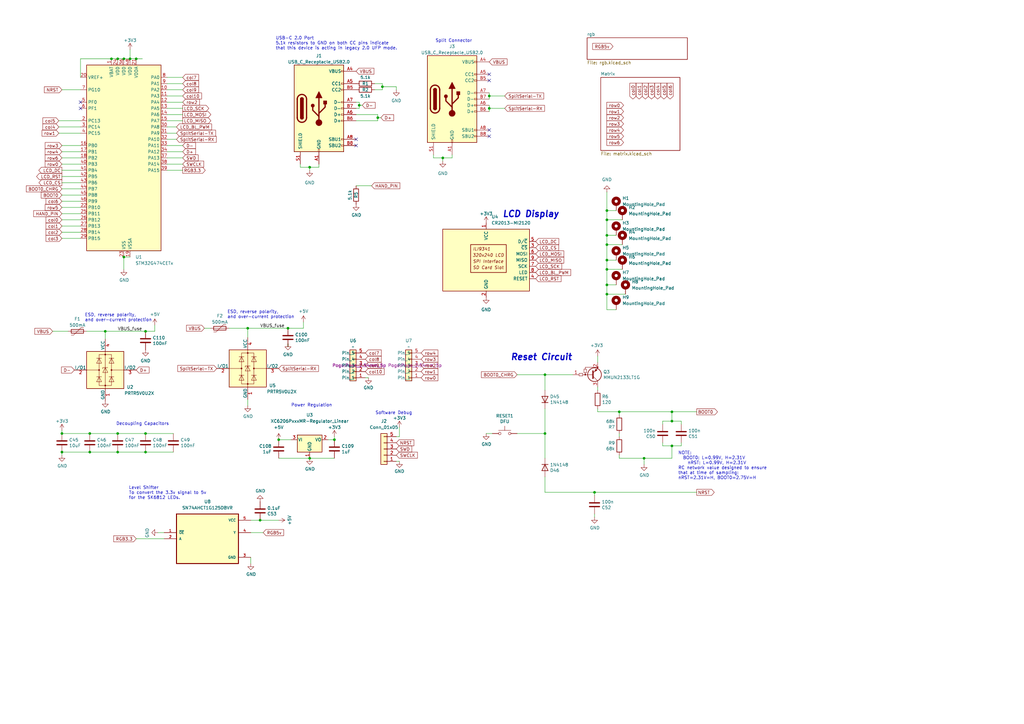
<source format=kicad_sch>
(kicad_sch (version 20250114) (generator "eeschema") (generator_version "9.0")
  (paper "A3")
  (text "Power Regulation" (at 119.38 167.005 0) (effects (font (size 1.27 1.27)) (justify left bottom)))
  (text "Decoupling Capacitors" (at 47.625 174.625 0) (effects (font (size 1.27 1.27)) (justify left bottom)))
  (text "USB-C 2.0 Port\n5.1k resistors to GND on both CC pins indicate\nthat this device is acting in legacy 2.0 UFP mode." (at 113.03 20.574 0) (effects (font (size 1.27 1.27)) (justify left bottom)))
  (text "ESD, reverse polarity,\nand over-current protection" (at 34.798 132.08 0) (effects (font (size 1.27 1.27)) (justify left bottom)))
  (text "Split Connector" (at 178.562 17.526 0) (effects (font (size 1.27 1.27)) (justify left bottom)))
  (text "Software Debug" (at 153.924 170.18 0) (effects (font (size 1.27 1.27)) (justify left bottom)))
  (text "Level Shifter\nTo convert the 3.3v signal to 5v\nfor the SK6812 LEDs." (at 52.832 204.978 0) (effects (font (size 1.27 1.27)) (justify left bottom)))
  (text "ESD, reverse polarity,\nand over-current protection" (at 93.218 130.81 0) (effects (font (size 1.27 1.27)) (justify left bottom)))
  (text "NOTE:\n  BOOT0: L=0.99V, H=2.31V\n    nRST: L=0.99V, H=2.31V\nRC network value designed to ensure\nthat at time of sampling:\nnRST=2.31V=H, BOOT0=2.75V=H" (at 278.13 196.85 0) (effects (font (size 1.27 1.27)) (justify left bottom)))
  (text "Reset Circuit" (at 209.296 148.082 0) (effects (font (size 2.54 2.54) (thickness 0.508) (bold yes) (italic yes)) (justify left bottom)))
  (text "LCD Display" (at 205.994 89.408 0) (effects (font (size 2.54 2.54) (thickness 0.508) (bold yes) (italic yes)) (justify left bottom)))
  (junction (at 59.69 185.42))
  (junction (at 248.92 96.52))
  (junction (at 223.52 153.67))
  (junction (at 275.59 168.91))
  (junction (at 106.68 213.36))
  (junction (at 156.845 35.56))
  (junction (at 36.83 185.42))
  (junction (at 48.26 24.13))
  (junction (at 25.4 185.42))
  (junction (at 264.16 187.96))
  (junction (at 275.59 172.72))
  (junction (at 154.94 48.26))
  (junction (at 147.32 43.18))
  (junction (at 248.92 116.84))
  (junction (at 275.59 182.88))
  (junction (at 43.18 135.89))
  (junction (at 200.66 39.37))
  (junction (at 50.8 105.41))
  (junction (at 254 168.91))
  (junction (at 248.92 100.33))
  (junction (at 248.92 86.36))
  (junction (at 50.8 24.13))
  (junction (at 248.92 110.49))
  (junction (at 48.26 177.8))
  (junction (at 101.6 134.62))
  (junction (at 248.92 106.68))
  (junction (at 45.72 24.13))
  (junction (at 127 187.96) (diameter 0.9144))
  (junction (at 59.69 135.89))
  (junction (at 25.4 177.8))
  (junction (at 243.84 201.93))
  (junction (at 53.34 24.13))
  (junction (at 59.69 177.8))
  (junction (at 55.88 24.13))
  (junction (at 48.26 185.42))
  (junction (at 118.11 134.62))
  (junction (at 181.61 64.77))
  (junction (at 137.16 180.34))
  (junction (at 248.92 120.65))
  (junction (at 200.66 44.45))
  (junction (at 127 68.58))
  (junction (at 36.83 177.8))
  (junction (at 248.92 90.17))
  (junction (at 114.3 180.34))
  (junction (at 223.52 177.8))
  (no_connect (at 146.05 57.15))
  (no_connect (at 200.66 55.88))
  (no_connect (at 146.05 59.69))
  (no_connect (at 200.66 30.48))
  (no_connect (at 200.66 33.02))
  (no_connect (at 33.02 41.91))
  (no_connect (at 200.66 53.34))
  (no_connect (at 33.02 44.45))
  (wire (pts (xy 254 186.69) (xy 254 187.96)))
  (wire (pts (xy 25.4 82.55) (xy 33.02 82.55)))
  (wire (pts (xy 248.92 110.49) (xy 248.92 106.68)))
  (wire (pts (xy 59.69 135.89) (xy 63.5 135.89)))
  (wire (pts (xy 25.4 186.69) (xy 25.4 185.42)))
  (wire (pts (xy 68.58 36.83) (xy 74.93 36.83)))
  (wire (pts (xy 248.92 116.84) (xy 248.92 110.49)))
  (wire (pts (xy 275.59 172.72) (xy 275.59 168.91)))
  (wire (pts (xy 248.92 78.74) (xy 248.92 86.36)))
  (wire (pts (xy 101.6 134.62) (xy 118.11 134.62)))
  (wire (pts (xy 63.5 133.35) (xy 63.5 135.89)))
  (wire (pts (xy 68.58 52.07) (xy 72.39 52.07)))
  (wire (pts (xy 55.88 24.13) (xy 58.42 24.13)))
  (wire (pts (xy 24.13 54.61) (xy 33.02 54.61)))
  (wire (pts (xy 279.4 172.72) (xy 279.4 173.99)))
  (wire (pts (xy 147.32 41.91) (xy 147.32 43.18)))
  (wire (pts (xy 162.56 35.56) (xy 162.56 36.83)))
  (wire (pts (xy 243.84 210.82) (xy 243.84 212.09)))
  (wire (pts (xy 25.4 90.17) (xy 33.02 90.17)))
  (wire (pts (xy 245.11 168.91) (xy 254 168.91)))
  (wire (pts (xy 68.58 44.45) (xy 74.93 44.45)))
  (wire (pts (xy 248.92 96.52) (xy 248.92 90.17)))
  (wire (pts (xy 200.66 44.45) (xy 200.66 45.72)))
  (wire (pts (xy 106.68 213.36) (xy 102.87 213.36)))
  (wire (pts (xy 248.92 100.33) (xy 248.92 96.52)))
  (wire (pts (xy 154.94 49.53) (xy 154.94 48.26)))
  (wire (pts (xy 146.05 46.99) (xy 154.94 46.99)))
  (wire (pts (xy 181.61 64.77) (xy 185.42 64.77)))
  (wire (pts (xy 25.4 64.77) (xy 33.02 64.77)))
  (wire (pts (xy 24.13 52.07) (xy 33.02 52.07)))
  (wire (pts (xy 50.8 24.13) (xy 53.34 24.13)))
  (wire (pts (xy 25.4 176.53) (xy 25.4 177.8)))
  (wire (pts (xy 93.98 134.62) (xy 101.6 134.62)))
  (wire (pts (xy 45.72 24.13) (xy 48.26 24.13)))
  (wire (pts (xy 146.05 76.2) (xy 152.4 76.2)))
  (wire (pts (xy 271.78 172.72) (xy 275.59 172.72)))
  (wire (pts (xy 163.83 175.26) (xy 163.83 179.07)))
  (wire (pts (xy 25.4 87.63) (xy 33.02 87.63)))
  (wire (pts (xy 245.11 160.02) (xy 245.11 158.75)))
  (wire (pts (xy 181.61 66.04) (xy 181.61 64.77)))
  (wire (pts (xy 24.13 49.53) (xy 33.02 49.53)))
  (wire (pts (xy 68.58 49.53) (xy 74.93 49.53)))
  (wire (pts (xy 156.845 36.83) (xy 156.845 35.56)))
  (wire (pts (xy 68.58 67.31) (xy 74.93 67.31)))
  (wire (pts (xy 248.92 120.65) (xy 248.92 127)))
  (wire (pts (xy 248.92 127) (xy 252.73 127)))
  (wire (pts (xy 114.3 213.36) (xy 106.68 213.36)))
  (wire (pts (xy 223.52 177.8) (xy 223.52 187.96)))
  (wire (pts (xy 72.39 54.61) (xy 68.58 54.61)))
  (wire (pts (xy 25.4 97.79) (xy 33.02 97.79)))
  (wire (pts (xy 25.4 85.09) (xy 33.02 85.09)))
  (wire (pts (xy 127 187.96) (xy 137.16 187.96)))
  (wire (pts (xy 248.92 100.33) (xy 255.27 100.33)))
  (wire (pts (xy 25.4 62.23) (xy 33.02 62.23)))
  (wire (pts (xy 156.845 35.56) (xy 162.56 35.56)))
  (wire (pts (xy 137.16 179.07) (xy 137.16 180.34)))
  (wire (pts (xy 223.52 153.67) (xy 234.95 153.67)))
  (wire (pts (xy 177.8 63.5) (xy 177.8 64.77)))
  (wire (pts (xy 53.34 20.32) (xy 53.34 24.13)))
  (wire (pts (xy 275.59 168.91) (xy 285.75 168.91)))
  (wire (pts (xy 25.4 59.69) (xy 33.02 59.69)))
  (wire (pts (xy 248.92 116.84) (xy 248.92 120.65)))
  (wire (pts (xy 50.8 110.49) (xy 50.8 105.41)))
  (wire (pts (xy 68.58 64.77) (xy 74.93 64.77)))
  (wire (pts (xy 83.82 134.62) (xy 86.36 134.62)))
  (wire (pts (xy 163.83 179.07) (xy 162.56 179.07)))
  (wire (pts (xy 271.78 173.99) (xy 271.78 172.72)))
  (wire (pts (xy 223.52 201.93) (xy 243.84 201.93)))
  (wire (pts (xy 48.26 24.13) (xy 50.8 24.13)))
  (wire (pts (xy 36.83 177.8) (xy 25.4 177.8)))
  (wire (pts (xy 271.78 182.88) (xy 271.78 181.61)))
  (wire (pts (xy 146.05 49.53) (xy 154.94 49.53)))
  (wire (pts (xy 200.66 39.37) (xy 207.01 39.37)))
  (wire (pts (xy 68.58 31.75) (xy 74.93 31.75)))
  (wire (pts (xy 254 170.18) (xy 254 168.91)))
  (wire (pts (xy 275.59 182.88) (xy 275.59 187.96)))
  (wire (pts (xy 25.4 72.39) (xy 33.02 72.39)))
  (wire (pts (xy 147.32 43.18) (xy 147.32 44.45)))
  (wire (pts (xy 33.02 24.13) (xy 45.72 24.13)))
  (wire (pts (xy 102.87 218.44) (xy 107.95 218.44)))
  (wire (pts (xy 212.09 153.67) (xy 223.52 153.67)))
  (wire (pts (xy 25.4 74.93) (xy 33.02 74.93)))
  (wire (pts (xy 254 187.96) (xy 264.16 187.96)))
  (wire (pts (xy 101.6 163.83) (xy 101.6 166.37)))
  (wire (pts (xy 256.54 120.65) (xy 248.92 120.65)))
  (wire (pts (xy 25.4 69.85) (xy 33.02 69.85)))
  (wire (pts (xy 50.8 105.41) (xy 53.34 105.41)))
  (wire (pts (xy 200.66 43.18) (xy 200.66 44.45)))
  (wire (pts (xy 102.87 231.14) (xy 102.87 228.6)))
  (wire (pts (xy 245.11 148.59) (xy 245.11 146.05)))
  (wire (pts (xy 68.58 62.23) (xy 74.93 62.23)))
  (wire (pts (xy 114.3 180.34) (xy 119.38 180.34)))
  (wire (pts (xy 134.62 180.34) (xy 137.16 180.34)))
  (wire (pts (xy 21.59 135.89) (xy 27.94 135.89)))
  (wire (pts (xy 68.58 39.37) (xy 74.93 39.37)))
  (wire (pts (xy 243.84 201.93) (xy 285.75 201.93)))
  (wire (pts (xy 118.11 134.62) (xy 124.46 134.62)))
  (wire (pts (xy 275.59 172.72) (xy 279.4 172.72)))
  (wire (pts (xy 201.93 177.8) (xy 199.39 177.8)))
  (wire (pts (xy 146.05 44.45) (xy 147.32 44.45)))
  (wire (pts (xy 55.88 220.98) (xy 67.31 220.98)))
  (wire (pts (xy 33.02 31.75) (xy 33.02 24.13)))
  (wire (pts (xy 124.46 132.08) (xy 124.46 134.62)))
  (wire (pts (xy 200.66 38.1) (xy 200.66 39.37)))
  (wire (pts (xy 130.81 68.58) (xy 130.81 67.31)))
  (wire (pts (xy 154.94 46.99) (xy 154.94 48.26)))
  (wire (pts (xy 68.58 59.69) (xy 74.93 59.69)))
  (wire (pts (xy 177.8 64.77) (xy 181.61 64.77)))
  (wire (pts (xy 162.56 189.23) (xy 163.83 189.23)))
  (wire (pts (xy 248.92 110.49) (xy 255.27 110.49)))
  (wire (pts (xy 264.16 190.5) (xy 264.16 187.96)))
  (wire (pts (xy 123.19 68.58) (xy 127 68.58)))
  (wire (pts (xy 43.18 135.89) (xy 59.69 135.89)))
  (wire (pts (xy 264.16 187.96) (xy 275.59 187.96)))
  (wire (pts (xy 245.11 167.64) (xy 245.11 168.91)))
  (wire (pts (xy 271.78 182.88) (xy 275.59 182.88)))
  (wire (pts (xy 248.92 86.36) (xy 252.73 86.36)))
  (wire (pts (xy 147.32 43.18) (xy 148.59 43.18)))
  (wire (pts (xy 243.84 203.2) (xy 243.84 201.93)))
  (wire (pts (xy 154.94 48.26) (xy 156.21 48.26)))
  (wire (pts (xy 200.66 44.45) (xy 207.01 44.45)))
  (wire (pts (xy 127 187.96) (xy 114.3 187.96)))
  (wire (pts (xy 25.4 80.01) (xy 33.02 80.01)))
  (wire (pts (xy 25.4 77.47) (xy 33.02 77.47)))
  (wire (pts (xy 53.34 24.13) (xy 55.88 24.13)))
  (wire (pts (xy 149.86 154.94) (xy 151.13 154.94)))
  (wire (pts (xy 68.58 46.99) (xy 74.93 46.99)))
  (wire (pts (xy 254 177.8) (xy 254 179.07)))
  (wire (pts (xy 146.05 41.91) (xy 147.32 41.91)))
  (wire (pts (xy 59.69 185.42) (xy 71.12 185.42)))
  (wire (pts (xy 48.26 185.42) (xy 59.69 185.42)))
  (wire (pts (xy 127 68.58) (xy 130.81 68.58)))
  (wire (pts (xy 72.39 57.15) (xy 68.58 57.15)))
  (wire (pts (xy 64.77 218.44) (xy 67.31 218.44)))
  (wire (pts (xy 200.66 39.37) (xy 200.66 40.64)))
  (wire (pts (xy 248.92 90.17) (xy 255.27 90.17)))
  (wire (pts (xy 223.52 167.64) (xy 223.52 177.8)))
  (wire (pts (xy 223.52 160.02) (xy 223.52 153.67)))
  (wire (pts (xy 127 69.85) (xy 127 68.58)))
  (wire (pts (xy 48.26 177.8) (xy 36.83 177.8)))
  (wire (pts (xy 68.58 34.29) (xy 74.93 34.29)))
  (wire (pts (xy 25.4 36.83) (xy 33.02 36.83)))
  (wire (pts (xy 48.26 185.42) (xy 36.83 185.42)))
  (wire (pts (xy 153.67 36.83) (xy 156.845 36.83)))
  (wire (pts (xy 223.52 195.58) (xy 223.52 201.93)))
  (wire (pts (xy 252.73 116.84) (xy 248.92 116.84)))
  (wire (pts (xy 48.26 177.8) (xy 59.69 177.8)))
  (wire (pts (xy 118.11 140.97) (xy 118.11 142.24)))
  (wire (pts (xy 101.6 134.62) (xy 101.6 138.43)))
  (wire (pts (xy 123.19 67.31) (xy 123.19 68.58)))
  (wire (pts (xy 248.92 96.52) (xy 252.73 96.52)))
  (wire (pts (xy 279.4 182.88) (xy 279.4 181.61)))
  (wire (pts (xy 153.67 34.29) (xy 156.845 34.29)))
  (wire (pts (xy 248.92 106.68) (xy 248.92 100.33)))
  (wire (pts (xy 248.92 90.17) (xy 248.92 86.36)))
  (wire (pts (xy 59.69 177.8) (xy 71.12 177.8)))
  (wire (pts (xy 43.18 135.89) (xy 43.18 139.065)))
  (wire (pts (xy 35.56 135.89) (xy 43.18 135.89)))
  (wire (pts (xy 25.4 67.31) (xy 33.02 67.31)))
  (wire (pts (xy 185.42 64.77) (xy 185.42 63.5)))
  (wire (pts (xy 25.4 95.25) (xy 33.02 95.25)))
  (wire (pts (xy 156.845 35.56) (xy 156.845 34.29)))
  (wire (pts (xy 68.58 69.85) (xy 74.93 69.85)))
  (wire (pts (xy 275.59 182.88) (xy 279.4 182.88)))
  (wire (pts (xy 254 168.91) (xy 275.59 168.91)))
  (wire (pts (xy 25.4 92.71) (xy 33.02 92.71)))
  (wire (pts (xy 68.58 41.91) (xy 74.93 41.91)))
  (wire (pts (xy 248.92 106.68) (xy 252.73 106.68)))
  (wire (pts (xy 212.09 177.8) (xy 223.52 177.8)))
  (wire (pts (xy 36.83 185.42) (xy 25.4 185.42)))
  (label "VBUS_fuse" (at 106.68 134.62 0))
  (label "VBUS_fuse" (at 48.26 135.89 0))
  (global_label "SplitSerial-TX" (shape input) (at 88.9 151.13 180) (property "Intersheetrefs" "${INTERSHEET_REFS}" (effects (hide yes))))
  (global_label "LCD_MISO" (shape input) (at 219.71 106.68 0) (property "Intersheetrefs" "${INTERSHEET_REFS}" (effects (hide yes))))
  (global_label "LCD_CS" (shape output) (at 25.4 74.93 180) (property "Intersheetrefs" "${INTERSHEET_REFS}" (effects (hide yes))))
  (global_label "SWCLK" (shape input) (at 74.93 67.31 0) (property "Intersheetrefs" "${INTERSHEET_REFS}" (effects (hide yes))))
  (global_label "VBUS" (shape input) (at 200.66 25.4 0) (property "Intersheetrefs" "${INTERSHEET_REFS}" (effects (hide yes))))
  (global_label "LCD_BL_PWM" (shape input) (at 72.39 52.07 0) (property "Intersheetrefs" "${INTERSHEET_REFS}" (effects (hide yes))))
  (global_label "D-" (shape input) (at 74.93 59.69 0) (property "Intersheetrefs" "${INTERSHEET_REFS}" (effects (hide yes))))
  (global_label "row1" (shape input) (at 255.778 45.72 180) (property "Intersheetrefs" "${INTERSHEET_REFS}" (effects (hide yes))))
  (global_label "VBUS" (shape input) (at 83.82 134.62 180) (property "Intersheetrefs" "${INTERSHEET_REFS}" (effects (hide yes))))
  (global_label "LCD_MOSI" (shape output) (at 74.93 46.99 0) (property "Intersheetrefs" "${INTERSHEET_REFS}" (effects (hide yes))))
  (global_label "BOOT0" (shape output) (at 285.75 168.91 0) (property "Intersheetrefs" "${INTERSHEET_REFS}" (effects (hide yes))))
  (global_label "col9" (shape input) (at 74.93 36.83 0) (property "Intersheetrefs" "${INTERSHEET_REFS}" (effects (hide yes))))
  (global_label "D+" (shape input) (at 74.93 62.23 0) (property "Intersheetrefs" "${INTERSHEET_REFS}" (effects (hide yes))))
  (global_label "col0" (shape input) (at 25.4 90.17 180) (property "Intersheetrefs" "${INTERSHEET_REFS}" (effects (hide yes))))
  (global_label "row2" (shape input) (at 255.778 48.26 180) (property "Intersheetrefs" "${INTERSHEET_REFS}" (effects (hide yes))))
  (global_label "NRST" (shape input) (at 25.4 36.83 180) (property "Intersheetrefs" "${INTERSHEET_REFS}" (effects (hide yes))))
  (global_label "row0" (shape input) (at 172.72 154.94 0) (property "Intersheetrefs" "${INTERSHEET_REFS}" (effects (hide yes))))
  (global_label "SWCLK" (shape input) (at 162.56 186.69 0) (property "Intersheetrefs" "${INTERSHEET_REFS}" (effects (hide yes))))
  (global_label "col10" (shape input) (at 149.86 152.4 0) (property "Intersheetrefs" "${INTERSHEET_REFS}" (effects (hide yes))))
  (global_label "col1" (shape input) (at 25.4 92.71 180) (property "Intersheetrefs" "${INTERSHEET_REFS}" (effects (hide yes))))
  (global_label "RGB3.3" (shape output) (at 74.93 69.85 0) (property "Intersheetrefs" "${INTERSHEET_REFS}" (effects (hide yes))))
  (global_label "row3" (shape input) (at 172.72 147.32 0) (property "Intersheetrefs" "${INTERSHEET_REFS}" (effects (hide yes))))
  (global_label "row1" (shape input) (at 172.72 152.4 0) (property "Intersheetrefs" "${INTERSHEET_REFS}" (effects (hide yes))))
  (global_label "VBUS" (shape input) (at 146.05 29.21 0) (property "Intersheetrefs" "${INTERSHEET_REFS}" (effects (hide yes))))
  (global_label "LCD_CS" (shape input) (at 219.71 101.6 0) (property "Intersheetrefs" "${INTERSHEET_REFS}" (effects (hide yes))))
  (global_label "col8" (shape input) (at 149.86 147.32 0) (property "Intersheetrefs" "${INTERSHEET_REFS}" (effects (hide yes))))
  (global_label "col6" (shape input) (at 274.828 40.64 90) (property "Intersheetrefs" "${INTERSHEET_REFS}" (effects (hide yes))))
  (global_label "col7" (shape input) (at 149.86 144.78 0) (property "Intersheetrefs" "${INTERSHEET_REFS}" (effects (hide yes))))
  (global_label "row2" (shape input) (at 74.93 41.91 0) (property "Intersheetrefs" "${INTERSHEET_REFS}" (effects (hide yes))))
  (global_label "row6" (shape input) (at 25.4 64.77 180) (property "Intersheetrefs" "${INTERSHEET_REFS}" (effects (hide yes))))
  (global_label "RGB3.3" (shape input) (at 55.88 220.98 180) (property "Intersheetrefs" "${INTERSHEET_REFS}" (effects (hide yes))))
  (global_label "col3" (shape input) (at 25.4 97.79 180) (property "Intersheetrefs" "${INTERSHEET_REFS}" (effects (hide yes))))
  (global_label "BOOT0_CHRG" (shape input) (at 212.09 153.67 180) (property "Intersheetrefs" "${INTERSHEET_REFS}" (effects (hide yes))))
  (global_label "col5" (shape input) (at 24.13 49.53 180) (property "Intersheetrefs" "${INTERSHEET_REFS}" (effects (hide yes))))
  (global_label "SplitSerial-TX" (shape input) (at 72.39 54.61 0) (property "Intersheetrefs" "${INTERSHEET_REFS}" (effects (hide yes))))
  (global_label "SWD" (shape input) (at 74.93 64.77 0) (property "Intersheetrefs" "${INTERSHEET_REFS}" (effects (hide yes))))
  (global_label "LCD_SCK" (shape output) (at 74.93 44.45 0) (property "Intersheetrefs" "${INTERSHEET_REFS}" (effects (hide yes))))
  (global_label "col5" (shape input) (at 272.288 40.64 90) (property "Intersheetrefs" "${INTERSHEET_REFS}" (effects (hide yes))))
  (global_label "row4" (shape input) (at 255.778 53.34 180) (property "Intersheetrefs" "${INTERSHEET_REFS}" (effects (hide yes))))
  (global_label "row2" (shape input) (at 172.72 149.86 0) (property "Intersheetrefs" "${INTERSHEET_REFS}" (effects (hide yes))))
  (global_label "SWD" (shape input) (at 162.56 184.15 0) (property "Intersheetrefs" "${INTERSHEET_REFS}" (effects (hide yes))))
  (global_label "RGB5v" (shape input) (at 251.46 19.05 180) (property "Intersheetrefs" "${INTERSHEET_REFS}" (effects (hide yes))))
  (global_label "SplitSerial-RX" (shape input) (at 207.01 44.45 0) (property "Intersheetrefs" "${INTERSHEET_REFS}" (effects (hide yes))))
  (global_label "SplitSerial-RX" (shape input) (at 114.3 151.13 0) (property "Intersheetrefs" "${INTERSHEET_REFS}" (effects (hide yes))))
  (global_label "NRST" (shape input) (at 162.56 181.61 0) (property "Intersheetrefs" "${INTERSHEET_REFS}" (effects (hide yes))))
  (global_label "col9" (shape input) (at 149.86 149.86 0) (property "Intersheetrefs" "${INTERSHEET_REFS}" (effects (hide yes))))
  (global_label "D-" (shape input) (at 148.59 43.18 0) (property "Intersheetrefs" "${INTERSHEET_REFS}" (effects (hide yes))))
  (global_label "row0" (shape input) (at 25.4 67.31 180) (property "Intersheetrefs" "${INTERSHEET_REFS}" (effects (hide yes))))
  (global_label "col2" (shape input) (at 264.668 40.64 90) (property "Intersheetrefs" "${INTERSHEET_REFS}" (effects (hide yes))))
  (global_label "row5" (shape input) (at 255.778 55.88 180) (property "Intersheetrefs" "${INTERSHEET_REFS}" (effects (hide yes))))
  (global_label "BOOT0" (shape input) (at 25.4 80.01 180) (property "Intersheetrefs" "${INTERSHEET_REFS}" (effects (hide yes))))
  (global_label "LCD_BL_PWM" (shape input) (at 219.71 111.76 0) (property "Intersheetrefs" "${INTERSHEET_REFS}" (effects (hide yes))))
  (global_label "row3" (shape input) (at 255.778 50.8 180) (property "Intersheetrefs" "${INTERSHEET_REFS}" (effects (hide yes))))
  (global_label "row5" (shape input) (at 25.4 85.09 180) (property "Intersheetrefs" "${INTERSHEET_REFS}" (effects (hide yes))))
  (global_label "row4" (shape input) (at 25.4 62.23 180) (property "Intersheetrefs" "${INTERSHEET_REFS}" (effects (hide yes))))
  (global_label "col7" (shape input) (at 74.93 31.75 0) (property "Intersheetrefs" "${INTERSHEET_REFS}" (effects (hide yes))))
  (global_label "HAND_PIN" (shape input) (at 152.4 76.2 0) (property "Intersheetrefs" "${INTERSHEET_REFS}" (effects (hide yes))))
  (global_label "col2" (shape input) (at 25.4 95.25 180) (property "Intersheetrefs" "${INTERSHEET_REFS}" (effects (hide yes))))
  (global_label "LCD_MOSI" (shape input) (at 219.71 104.14 0) (property "Intersheetrefs" "${INTERSHEET_REFS}" (effects (hide yes))))
  (global_label "BOOT0_CHRG" (shape input) (at 25.4 77.47 180) (property "Intersheetrefs" "${INTERSHEET_REFS}" (effects (hide yes))))
  (global_label "LCD_DC" (shape input) (at 219.71 99.06 0) (property "Intersheetrefs" "${INTERSHEET_REFS}" (effects (hide yes))))
  (global_label "row4" (shape input) (at 172.72 144.78 0) (property "Intersheetrefs" "${INTERSHEET_REFS}" (effects (hide yes))))
  (global_label "col10" (shape input) (at 74.93 39.37 0) (property "Intersheetrefs" "${INTERSHEET_REFS}" (effects (hide yes))))
  (global_label "col3" (shape input) (at 267.208 40.64 90) (property "Intersheetrefs" "${INTERSHEET_REFS}" (effects (hide yes))))
  (global_label "NRST" (shape output) (at 285.75 201.93 0) (property "Intersheetrefs" "${INTERSHEET_REFS}" (effects (hide yes))))
  (global_label "SplitSerial-RX" (shape input) (at 72.39 57.15 0) (property "Intersheetrefs" "${INTERSHEET_REFS}" (effects (hide yes))))
  (global_label "LCD_DC" (shape output) (at 25.4 69.85 180) (property "Intersheetrefs" "${INTERSHEET_REFS}" (effects (hide yes))))
  (global_label "LCD_RST" (shape output) (at 25.4 72.39 180) (property "Intersheetrefs" "${INTERSHEET_REFS}" (effects (hide yes))))
  (global_label "col1" (shape input) (at 262.128 40.64 90) (property "Intersheetrefs" "${INTERSHEET_REFS}" (effects (hide yes))))
  (global_label "row6" (shape input) (at 255.778 58.42 180) (property "Intersheetrefs" "${INTERSHEET_REFS}" (effects (hide yes))))
  (global_label "D+" (shape input) (at 156.21 48.26 0) (property "Intersheetrefs" "${INTERSHEET_REFS}" (effects (hide yes))))
  (global_label "col4" (shape input) (at 269.748 40.64 90) (property "Intersheetrefs" "${INTERSHEET_REFS}" (effects (hide yes))))
  (global_label "col0" (shape input) (at 259.588 40.64 90) (property "Intersheetrefs" "${INTERSHEET_REFS}" (effects (hide yes))))
  (global_label "D+" (shape input) (at 55.88 151.765 0) (property "Intersheetrefs" "${INTERSHEET_REFS}" (effects (hide yes))))
  (global_label "D-" (shape input) (at 30.48 151.765 180) (property "Intersheetrefs" "${INTERSHEET_REFS}" (effects (hide yes))))
  (global_label "row1" (shape input) (at 24.13 54.61 180) (property "Intersheetrefs" "${INTERSHEET_REFS}" (effects (hide yes))))
  (global_label "RGB5v" (shape input) (at 107.95 218.44 0) (property "Intersheetrefs" "${INTERSHEET_REFS}" (effects (hide yes))))
  (global_label "col6" (shape input) (at 25.4 82.55 180) (property "Intersheetrefs" "${INTERSHEET_REFS}" (effects (hide yes))))
  (global_label "LCD_MISO" (shape output) (at 74.93 49.53 0) (property "Intersheetrefs" "${INTERSHEET_REFS}" (effects (hide yes))))
  (global_label "LCD_SCK" (shape input) (at 219.71 109.22 0) (property "Intersheetrefs" "${INTERSHEET_REFS}" (effects (hide yes))))
  (global_label "HAND_PIN" (shape input) (at 25.4 87.63 180) (property "Intersheetrefs" "${INTERSHEET_REFS}" (effects (hide yes))))
  (global_label "col8" (shape input) (at 74.93 34.29 0) (property "Intersheetrefs" "${INTERSHEET_REFS}" (effects (hide yes))))
  (global_label "row3" (shape input) (at 25.4 59.69 180) (property "Intersheetrefs" "${INTERSHEET_REFS}" (effects (hide yes))))
  (global_label "row0" (shape input) (at 255.778 43.18 180) (property "Intersheetrefs" "${INTERSHEET_REFS}" (effects (hide yes))))
  (global_label "col4" (shape input) (at 24.13 52.07 180) (property "Intersheetrefs" "${INTERSHEET_REFS}" (effects (hide yes))))
  (global_label "LCD_RST" (shape input) (at 219.71 114.3 0) (property "Intersheetrefs" "${INTERSHEET_REFS}" (effects (hide yes))))
  (global_label "SplitSerial-TX" (shape input) (at 207.01 39.37 0) (property "Intersheetrefs" "${INTERSHEET_REFS}" (effects (hide yes))))
  (global_label "VBUS" (shape input) (at 21.59 135.89 180) (property "Intersheetrefs" "${INTERSHEET_REFS}" (effects (hide yes))))
  (symbol (lib_id "Device:R") (at 245.11 163.83 0) (unit 1)
    (property "Reference" "R6" (at 246.888 162.6616 0) (effects (justify left)))
    (property "Value" "120" (at 246.888 164.973 0) (effects (justify left)))
    (property "Footprint" "Resistor_SMD:R_0805_2012Metric" (effects (hide yes)))
  )
  (symbol (lib_id "Device:R") (at 254 182.88 0) (mirror y) (unit 1)
    (property "Reference" "R9" (at 252.222 181.7116 0) (effects (justify left)))
    (property "Value" "68k" (at 252.222 184.023 0) (effects (justify left)))
    (property "Footprint" "Resistor_SMD:R_0805_2012Metric" (effects (hide yes)))
  )
  (symbol (lib_id "power:GND") (at 127 187.96 0) (unit 1)
    (property "Reference" "#PWR015" (effects (hide yes)))
    (property "Value" "GND" (at 127.127 192.3542 0))
  )
  (symbol (lib_id "power:+5V") (at 114.3 180.34 0) (unit 1)
    (property "Reference" "#PWR013" (effects (hide yes)))
    (property "Value" "+5V" (at 114.3 175.26 0))
  )
  (symbol (lib_id "Device:C") (at 137.16 184.15 0) (unit 1)
    (property "Reference" "C109" (at 140.081 182.9816 0) (effects (justify left)))
    (property "Value" "1uF" (at 140.081 185.293 0) (effects (justify left)))
    (property "Footprint" "Capacitor_SMD:C_0402_1005Metric" (effects (hide yes)))
    (property "LCSC" "C307331" (effects (hide yes)))
  )
  (symbol (lib_id "Djinn-rescue:GND-power") (at 264.16 190.5 0) (unit 1)
    (property "Reference" "#PWR086" (effects (hide yes)))
    (property "Value" "GND" (at 264.287 194.8942 0))
  )
  (symbol (lib_id "power:GND") (at 59.69 143.51 0) (unit 1)
    (property "Reference" "#PWR010" (effects (hide yes)))
    (property "Value" "GND" (at 59.69 147.955 0))
  )
  (symbol (lib_id "power:GND") (at 50.8 110.49 0) (unit 1)
    (property "Reference" "#PWR064" (effects (hide yes)))
    (property "Value" "GND" (at 50.927 114.8842 0))
  )
  (symbol (lib_id "power:GND") (at 64.77 218.44 270) (unit 1)
    (property "Reference" "#PWR069" (effects (hide yes)))
    (property "Value" "GND" (at 60.3758 218.567 0))
  )
  (symbol (lib_id "Device:C") (at 59.69 139.7 0) (unit 1)
    (property "Reference" "C110" (at 62.611 138.5316 0) (effects (justify left)))
    (property "Value" "100nF" (at 62.611 140.843 0) (effects (justify left)))
    (property "Footprint" "Capacitor_SMD:C_0402_1005Metric" (effects (hide yes)))
    (property "LCSC" "C307331" (effects (hide yes)))
  )
  (symbol (lib_name "+5V_1") (lib_id "power:+5V") (at 124.46 132.08 0) (unit 1)
    (property "Reference" "#PWR04" (effects (hide yes)))
    (property "Value" "+5V" (at 124.46 127.635 0))
  )
  (symbol (lib_id "power:+3V3") (at 53.34 20.32 0) (unit 1)
    (property "Reference" "#PWR062" (effects (hide yes)))
    (property "Value" "+3V3" (at 53.34 16.51 0))
  )
  (symbol (lib_id "Driver_Display:CR2013-MI2120") (at 199.39 106.68 0) (unit 1)
    (property "Reference" "U4" (at 201.5841 88.9 0) (effects (justify left)))
    (property "Value" "CR2013-MI2120" (at 201.5841 91.44 0) (effects (justify left)))
    (property "Footprint" "Display:CR2013-MI2120" (effects (hide yes)))
    (property "Datasheet" "http://pan.baidu.com/s/11Y990" (effects (hide yes)))
    (property "Description" "ILI9341 controller, SPI TFT LCD Display, 9-pin breakout PCB, 4-pin SD card interface, 5V/3.3V" (effects (hide yes)))
  )
  (symbol (lib_id "Device:C") (at 36.83 181.61 0) (unit 1)
    (property "Reference" "C46" (at 39.751 180.4416 0) (effects (justify left)))
    (property "Value" "100nF" (at 39.751 182.753 0) (effects (justify left)))
    (property "Footprint" "Capacitor_SMD:C_0402_1005Metric" (effects (hide yes)))
    (property "LCSC" "C307331" (effects (hide yes)))
  )
  (symbol (lib_id "Mechanical:MountingHole_Pad") (at 252.73 124.46 0) (unit 1) (exclude_from_sim yes) (in_bom no)
    (property "Reference" "H9" (at 255.27 121.9199 0) (effects (justify left)))
    (property "Value" "MountingHole_Pad" (at 255.27 124.4599 0) (effects (justify left)))
    (property "Footprint" "MountingHole:MountingHole_3.2mm_M3_DIN965_Pad" (effects (hide yes)))
    (property "Description" "Mounting Hole with connection" (effects (hide yes)))
  )
  (symbol (lib_id "Connector:USB_C_Receptacle_USB2.0") (at 130.81 44.45 0) (unit 1)
    (property "Reference" "J1" (at 130.81 22.86 0))
    (property "Value" "USB_C_Receptacle_USB2.0" (at 130.81 25.4 0))
    (property "Footprint" "PCM_marbastlib-various:USB_C_Receptacle_HRO_TYPE-C-31-M-14" (effects (hide yes)))
    (property "Datasheet" "https://www.usb.org/sites/default/files/documents/usb_type-c.zip" (effects (hide yes)))
    (property "JlcRotOffset" "180" (effects (hide yes)))
    (property "JlcPosOffset" "0,1.5" (effects (hide yes)))
  )
  (symbol (lib_id "Mechanical:MountingHole_Pad") (at 256.54 118.11 0) (unit 1) (exclude_from_sim yes) (in_bom no)
    (property "Reference" "H8" (at 259.08 115.5699 0) (effects (justify left)))
    (property "Value" "MountingHole_Pad" (at 259.08 118.1099 0) (effects (justify left)))
    (property "Footprint" "MountingHole:MountingHole_3.2mm_M3_DIN965_Pad" (effects (hide yes)))
    (property "Description" "Mounting Hole with connection" (effects (hide yes)))
  )
  (symbol (lib_id "power:GND") (at 118.11 140.97 0) (unit 1)
    (property "Reference" "#PWR060" (effects (hide yes)))
    (property "Value" "GND" (at 118.11 145.415 0))
  )
  (symbol (lib_id "Device:C") (at 114.3 184.15 0) (mirror y) (unit 1)
    (property "Reference" "C108" (at 111.379 182.9816 0) (effects (justify left)))
    (property "Value" "1uF" (at 111.379 185.293 0) (effects (justify left)))
    (property "Footprint" "Capacitor_SMD:C_0402_1005Metric" (effects (hide yes)))
    (property "LCSC" "C307331" (effects (hide yes)))
  )
  (symbol (lib_id "power:GND") (at 25.4 186.69 0) (unit 1)
    (property "Reference" "#PWR02" (effects (hide yes)))
    (property "Value" "GND" (at 25.527 191.0842 0))
  )
  (symbol (lib_id "Power_Protection:PRTR5V0U2X") (at 43.18 151.765 0) (unit 1)
    (property "Reference" "U2" (at 53.34 158.75 0))
    (property "Value" "PRTR5V0U2X" (at 57.15 161.29 0))
    (property "Footprint" "Package_TO_SOT_SMD:SOT-143" (effects (hide yes)))
    (property "Datasheet" "https://assets.nexperia.com/documents/data-sheet/PRTR5V0U2X.pdf" (effects (hide yes)))
    (property "LCSC" "C2827688" (effects (hide yes)))
    (property "JlcRotOffset" "90" (effects (hide yes)))
  )
  (symbol (lib_name "+5V_1") (lib_id "power:+5V") (at 114.3 213.36 270) (mirror x) (unit 1)
    (property "Reference" "#PWR07" (effects (hide yes)))
    (property "Value" "+5V" (at 118.745 213.36 0))
  )
  (symbol (lib_id "Device:R") (at 146.05 80.01 0) (unit 1)
    (property "Reference" "R5" (at 146.05 80.01 90))
    (property "Value" "5.1k" (at 143.51 80.01 90))
    (property "Footprint" "Resistor_SMD:R_0402_1005Metric" (effects (hide yes)))
  )
  (symbol (lib_id "Mechanical:MountingHole_Pad") (at 252.73 93.98 0) (unit 1) (exclude_from_sim yes) (in_bom no)
    (property "Reference" "H3" (at 255.27 91.4399 0) (effects (justify left)))
    (property "Value" "MountingHole_Pad" (at 255.27 93.9799 0) (effects (justify left)))
    (property "Footprint" "MountingHole:MountingHole_3.2mm_M3_DIN965_Pad" (effects (hide yes)))
    (property "Description" "Mounting Hole with connection" (effects (hide yes)))
  )
  (symbol (lib_id "power:+3V3") (at 163.83 175.26 0) (mirror y) (unit 1)
    (property "Reference" "#PWR065" (effects (hide yes)))
    (property "Value" "+3V3" (at 163.83 171.45 0))
  )
  (symbol (lib_id "SN74AHCT1G125DBVR:SN74AHCT1G125DBVR") (at 85.09 220.98 0) (unit 1)
    (property "Reference" "U8" (at 85.09 205.74 0))
    (property "Value" "SN74AHCT1G125DBVR" (at 85.09 208.28 0))
    (property "Footprint" "SN74AHCT1G125DBVR:SOT95P280X145-5N" (effects (hide yes)))
    (property "MF" "Texas Instruments" (effects (hide yes)))
    (property "Description_1" "\n                        \n                            Single 4.5-V to 5.5-V buffer with TTL-compatible CMOS inputs and 3-state outputs\n                        \n" (effects (hide yes)))
    (property "Package" "SOT-23-5 Texas Instruments" (effects (hide yes)))
    (property "Price" "None" (effects (hide yes)))
    (property "SnapEDA_Link" "https://www.snapeda.com/parts/SN74AHCT1G125DBVR/Texas+Instruments/view-part/?ref=snap" (effects (hide yes)))
    (property "MP" "SN74AHCT1G125DBVR" (effects (hide yes)))
    (property "Availability" "In Stock" (effects (hide yes)))
    (property "Check_prices" "https://www.snapeda.com/parts/SN74AHCT1G125DBVR/Texas+Instruments/view-part/?ref=eda" (effects (hide yes)))
  )
  (symbol (lib_id "Device:C") (at 71.12 181.61 0) (unit 1)
    (property "Reference" "C49" (at 74.041 180.4416 0) (effects (justify left)))
    (property "Value" "100nF" (at 74.041 182.753 0) (effects (justify left)))
    (property "Footprint" "Capacitor_SMD:C_0402_1005Metric" (effects (hide yes)))
    (property "LCSC" "C307331" (effects (hide yes)))
  )
  (symbol (lib_id "Mechanical:MountingHole_Pad") (at 255.27 107.95 0) (unit 1) (exclude_from_sim yes) (in_bom no)
    (property "Reference" "H6" (at 257.81 105.4099 0) (effects (justify left)))
    (property "Value" "MountingHole_Pad" (at 257.81 107.9499 0) (effects (justify left)))
    (property "Footprint" "MountingHole:MountingHole_3.2mm_M3_DIN965_Pad" (effects (hide yes)))
    (property "Description" "Mounting Hole with connection" (effects (hide yes)))
  )
  (symbol (lib_id "power:GND") (at 163.83 189.23 0) (unit 1)
    (property "Reference" "#PWR070" (effects (hide yes)))
    (property "Value" "GND" (at 163.83 193.294 0))
  )
  (symbol (lib_id "Device:C") (at 243.84 207.01 0) (mirror x) (unit 1)
    (property "Reference" "C52" (at 246.761 208.1784 0) (effects (justify left)))
    (property "Value" "100n" (at 246.761 205.867 0) (effects (justify left)))
    (property "Footprint" "Capacitor_SMD:C_0805_2012Metric" (effects (hide yes)))
  )
  (symbol (lib_id "Device:Q_PNP_BEC_BRT") (at 243.84 153.67 0) (mirror x) (unit 1)
    (property "Reference" "Q3" (at 247.396 152.5016 0) (effects (justify left)))
    (property "Value" "MMUN2133LT1G" (at 247.396 154.813 0) (effects (justify left)))
    (property "Footprint" "Package_TO_SOT_SMD:SOT-23-3" (effects (hide yes)))
  )
  (symbol (lib_id "Device:D") (at 223.52 163.83 90) (unit 1)
    (property "Reference" "D45" (at 225.552 162.6616 90) (effects (justify right)))
    (property "Value" "1N4148" (at 225.552 164.973 90) (effects (justify right)))
    (property "Footprint" "Diode_SMD:D_SOD-123" (effects (hide yes)))
  )
  (symbol (lib_id "Device:Polyfuse") (at 31.75 135.89 90) (unit 1)
    (property "Reference" "F1" (at 31.75 130.81 90))
    (property "Value" "500mA" (at 31.75 133.35 90))
    (property "Footprint" "Fuse:Fuse_1206_3216Metric" (effects (hide yes)))
    (property "LCSC" "C135341" (effects (hide yes)))
  )
  (symbol (lib_name "+5V_1") (lib_id "power:+5V") (at 63.5 133.35 0) (unit 1)
    (property "Reference" "#PWR09" (effects (hide yes)))
    (property "Value" "+5V" (at 63.5 128.905 0))
  )
  (symbol (lib_id "Device:Polyfuse") (at 90.17 134.62 90) (unit 1)
    (property "Reference" "F2" (at 90.17 129.54 90))
    (property "Value" "500mA" (at 90.17 132.08 90))
    (property "Footprint" "Fuse:Fuse_1206_3216Metric" (effects (hide yes)))
    (property "LCSC" "C135341" (effects (hide yes)))
  )
  (symbol (lib_id "power:+3V3") (at 137.16 179.07 0) (unit 1)
    (property "Reference" "#PWR012" (effects (hide yes)))
    (property "Value" "+3V3" (at 137.16 175.26 0))
  )
  (symbol (lib_id "Power_Protection:PRTR5V0U2X") (at 101.6 151.13 0) (unit 1)
    (property "Reference" "U5" (at 111.76 158.115 0))
    (property "Value" "PRTR5V0U2X" (at 115.57 160.655 0))
    (property "Footprint" "Package_TO_SOT_SMD:SOT-143" (effects (hide yes)))
    (property "Datasheet" "https://assets.nexperia.com/documents/data-sheet/PRTR5V0U2X.pdf" (effects (hide yes)))
    (property "LCSC" "C2827688" (effects (hide yes)))
    (property "JlcRotOffset" "90" (effects (hide yes)))
  )
  (symbol (lib_id "power:GND") (at 43.18 164.465 0) (unit 1)
    (property "Reference" "#PWR014" (effects (hide yes)))
    (property "Value" "GND" (at 43.307 168.8592 0))
  )
  (symbol (lib_id "Mechanical:MountingHole_Pad") (at 255.27 87.63 0) (unit 1) (exclude_from_sim yes) (in_bom no)
    (property "Reference" "H2" (at 257.81 85.0899 0) (effects (justify left)))
    (property "Value" "MountingHole_Pad" (at 257.81 87.6299 0) (effects (justify left)))
    (property "Footprint" "MountingHole:MountingHole_3.2mm_M3_DIN965_Pad" (effects (hide yes)))
    (property "Description" "Mounting Hole with connection" (effects (hide yes)))
  )
  (symbol (lib_id "Device:C") (at 25.4 181.61 0) (unit 1)
    (property "Reference" "C45" (at 28.321 180.4416 0) (effects (justify left)))
    (property "Value" "10uF" (at 28.321 182.753 0) (effects (justify left)))
    (property "Footprint" "Capacitor_SMD:C_0603_1608Metric" (effects (hide yes)))
    (property "LCSC" "C307331" (effects (hide yes)))
  )
  (symbol (lib_id "power:+3V3") (at 25.4 176.53 0) (unit 1)
    (property "Reference" "#PWR01" (effects (hide yes)))
    (property "Value" "+3V3" (at 25.4 172.72 0))
  )
  (symbol (lib_id "power:GND") (at 101.6 166.37 0) (unit 1)
    (property "Reference" "#PWR061" (effects (hide yes)))
    (property "Value" "GND" (at 101.727 170.7642 0))
  )
  (symbol (lib_id "Device:R") (at 254 173.99 180) (unit 1)
    (property "Reference" "R7" (at 252.222 175.1584 0) (effects (justify left)))
    (property "Value" "68k" (at 252.222 172.847 0) (effects (justify left)))
    (property "Footprint" "Resistor_SMD:R_0805_2012Metric" (effects (hide yes)))
  )
  (symbol (lib_id "Device:D") (at 223.52 191.77 90) (mirror x) (unit 1)
    (property "Reference" "D46" (at 225.552 192.9384 90) (effects (justify right)))
    (property "Value" "1N4148" (at 225.552 190.627 90) (effects (justify right)))
    (property "Footprint" "Diode_SMD:D_SOD-123" (effects (hide yes)))
  )
  (symbol (lib_id "Device:R") (at 149.86 34.29 270) (unit 1)
    (property "Reference" "R1" (at 149.86 34.29 90))
    (property "Value" "5.1k" (at 149.86 31.75 90))
    (property "Footprint" "Resistor_SMD:R_0402_1005Metric" (effects (hide yes)))
  )
  (symbol (lib_id "power:GND") (at 162.56 36.83 0) (unit 1)
    (property "Reference" "#PWR05" (effects (hide yes)))
    (property "Value" "GND" (at 162.56 41.275 0))
  )
  (symbol (lib_id "Device:C") (at 59.69 181.61 0) (unit 1)
    (property "Reference" "C48" (at 62.611 180.4416 0) (effects (justify left)))
    (property "Value" "100nF" (at 62.611 182.753 0) (effects (justify left)))
    (property "Footprint" "Capacitor_SMD:C_0402_1005Metric" (effects (hide yes)))
    (property "LCSC" "C307331" (effects (hide yes)))
  )
  (symbol (lib_id "Device:R") (at 149.86 36.83 90) (unit 1)
    (property "Reference" "R2" (at 149.86 36.83 90))
    (property "Value" "5.1k" (at 149.86 39.37 90))
    (property "Footprint" "Resistor_SMD:R_0402_1005Metric" (effects (hide yes)))
  )
  (symbol (lib_id "Device:C") (at 271.78 177.8 180) (unit 1)
    (property "Reference" "C50" (at 268.859 178.9684 0) (effects (justify left)))
    (property "Value" "100n" (at 268.859 176.657 0) (effects (justify left)))
    (property "Footprint" "Capacitor_SMD:C_0805_2012Metric" (effects (hide yes)))
  )
  (symbol (lib_id "power:GND") (at 146.05 83.82 0) (unit 1)
    (property "Reference" "#PWR066" (effects (hide yes)))
    (property "Value" "GND" (at 146.177 88.2142 0))
  )
  (symbol (lib_id "Device:C") (at 48.26 181.61 0) (unit 1)
    (property "Reference" "C47" (at 51.181 180.4416 0) (effects (justify left)))
    (property "Value" "100nF" (at 51.181 182.753 0) (effects (justify left)))
    (property "Footprint" "Capacitor_SMD:C_0402_1005Metric" (effects (hide yes)))
    (property "LCSC" "C307331" (effects (hide yes)))
  )
  (symbol (lib_id "Mechanical:MountingHole_Pad") (at 255.27 97.79 0) (unit 1) (exclude_from_sim yes) (in_bom no)
    (property "Reference" "H4" (at 257.81 95.2499 0) (effects (justify left)))
    (property "Value" "MountingHole_Pad" (at 257.81 97.7899 0) (effects (justify left)))
    (property "Footprint" "MountingHole:MountingHole_3.2mm_M3_DIN965_Pad" (effects (hide yes)))
    (property "Description" "Mounting Hole with connection" (effects (hide yes)))
  )
  (symbol (lib_id "kicad-keyboard-parts:XC6206PxxxMR-Regulator_Linear") (at 127 180.34 0) (unit 1)
    (property "Reference" "U3" (at 127 170.18 0))
    (property "Value" "XC6206PxxxMR-Regulator_Linear" (at 127 172.72 0))
    (property "Footprint" "Package_TO_SOT_SMD:SOT-23" (effects (hide yes)))
    (property "Datasheet" "https://www.torexsemi.com/file/xc6206/XC6206.pdf" (effects (hide yes)))
    (property "LCSC" "C5446" (effects (hide yes)))
  )
  (symbol (lib_id "Connector:USB_C_Receptacle_USB2.0") (at 185.42 40.64 0) (unit 1)
    (property "Reference" "J3" (at 185.42 19.05 0))
    (property "Value" "USB_C_Receptacle_USB2.0" (at 185.42 21.59 0))
    (property "Footprint" "PCM_marbastlib-various:USB_C_Receptacle_HRO_TYPE-C-31-M-14" (effects (hide yes)))
    (property "Datasheet" "https://www.usb.org/sites/default/files/documents/usb_type-c.zip" (effects (hide yes)))
    (property "JlcRotOffset" "180" (effects (hide yes)))
    (property "JlcPosOffset" "0,1.5" (effects (hide yes)))
  )
  (symbol (lib_id "Djinn-rescue:+3V3-power") (at 245.11 146.05 0) (mirror y) (unit 1)
    (property "Reference" "#PWR068" (effects (hide yes)))
    (property "Value" "+3V3" (at 244.729 141.6558 0))
  )
  (symbol (lib_id "Connector_Generic:Conn_01x05") (at 157.48 184.15 180) (unit 1)
    (property "Reference" "J2" (at 157.48 172.72 0))
    (property "Value" "Conn_01x05" (at 157.48 175.26 0))
    (property "Footprint" "Connector_PinHeader_2.54mm:PinHeader_1x05_P2.54mm_Vertical" (effects (hide yes)))
    (property "Description" "Generic connector, single row, 01x05, script generated (kicad-library-utils/schlib/autogen/connector/)" (effects (hide yes)))
  )
  (symbol (lib_id "Device:C") (at 118.11 138.43 0) (unit 1)
    (property "Reference" "C100" (at 121.031 137.2616 0) (effects (justify left)))
    (property "Value" "100nF" (at 121.031 139.573 0) (effects (justify left)))
    (property "Footprint" "Capacitor_SMD:C_0402_1005Metric" (effects (hide yes)))
    (property "LCSC" "C307331" (effects (hide yes)))
  )
  (symbol (lib_id "Pogo:Pogo_2.54mm_5p") (at 170.18 149.86 180) (unit 1)
    (property "Reference" "U7" (at 167.64 139.7 0))
    (property "Value" "~" (at 167.64 142.24 0))
    (property "Footprint" "Pogo:Pogo_2.54mm_5p" (at 170.18 149.86 0))
  )
  (symbol (lib_id "Djinn-rescue:GND-power") (at 243.84 212.09 0) (unit 1)
    (property "Reference" "#PWR087" (effects (hide yes)))
    (property "Value" "GND" (at 243.967 216.4842 0))
  )
  (symbol (lib_name "GND_1") (lib_id "power:GND") (at 248.92 78.74 180) (unit 1)
    (property "Reference" "#PWR067" (effects (hide yes)))
    (property "Value" "GND" (at 248.92 73.66 0))
    (property "Description" "Power symbol creates a global label with name \"GND\" , ground" (effects (hide yes)))
  )
  (symbol (lib_id "Device:C") (at 106.68 209.55 0) (mirror x) (unit 1)
    (property "Reference" "C53" (at 109.601 210.7184 0) (effects (justify left)))
    (property "Value" "0.1uF" (at 109.601 208.407 0) (effects (justify left)))
    (property "Footprint" "Capacitor_SMD:C_0402_1005Metric" (effects (hide yes)))
    (property "LCSC" "C307331" (effects (hide yes)))
  )
  (symbol (lib_id "Pogo:Pogo_2.54mm_5p") (at 147.32 149.86 180) (unit 1)
    (property "Reference" "U6" (at 144.78 139.7 0))
    (property "Value" "~" (at 144.78 142.24 0))
    (property "Footprint" "Pogo:Pogo_2.54mm_5p" (at 147.32 149.86 0))
  )
  (symbol (lib_id "Mechanical:MountingHole_Pad") (at 252.73 83.82 0) (unit 1) (exclude_from_sim yes) (in_bom no)
    (property "Reference" "H1" (at 255.27 81.2799 0) (effects (justify left)))
    (property "Value" "MountingHole_Pad" (at 255.27 83.8199 0) (effects (justify left)))
    (property "Footprint" "MountingHole:MountingHole_3.2mm_M3_DIN965_Pad" (effects (hide yes)))
    (property "Description" "Mounting Hole with connection" (effects (hide yes)))
  )
  (symbol (lib_id "power:+3V3") (at 199.39 91.44 0) (mirror y) (unit 1)
    (property "Reference" "#PWR03" (effects (hide yes)))
    (property "Value" "+3V3" (at 199.39 87.63 0))
  )
  (symbol (lib_id "Djinn-rescue:GND-power") (at 199.39 177.8 0) (unit 1)
    (property "Reference" "#PWR071" (effects (hide yes)))
    (property "Value" "GND" (at 199.517 182.1942 0))
  )
  (symbol (lib_id "Device:C") (at 279.4 177.8 0) (mirror x) (unit 1)
    (property "Reference" "C51" (at 282.321 178.9684 0) (effects (justify left)))
    (property "Value" "100n" (at 282.321 176.657 0) (effects (justify left)))
    (property "Footprint" "Capacitor_SMD:C_0805_2012Metric" (effects (hide yes)))
  )
  (symbol (lib_id "MCU_ST_STM32G4:STM32G474CETx") (at 50.8 64.77 0) (unit 1)
    (property "Reference" "U1" (at 55.5341 105.41 0) (effects (justify left)))
    (property "Value" "STM32G474CETx" (at 55.5341 107.95 0) (effects (justify left)))
    (property "Footprint" "Package_QFP:LQFP-48_7x7mm_P0.5mm" (effects (hide yes)))
    (property "Datasheet" "https://www.st.com/resource/en/datasheet/stm32g474ce.pdf" (effects (hide yes)))
    (property "Description" "STMicroelectronics Arm Cortex-M4 MCU, 512KB flash, 128KB RAM, 170 MHz, 1.71-3.6V, 38 GPIO, LQFP48" (effects (hide yes)))
  )
  (symbol (lib_id "power:GND") (at 151.13 154.94 0) (unit 1)
    (property "Reference" "#PWR081" (effects (hide yes)))
    (property "Value" "GND" (at 151.13 159.004 0))
  )
  (symbol (lib_id "power:GND") (at 199.39 121.92 0) (unit 1)
    (property "Reference" "#PWR073" (effects (hide yes)))
    (property "Value" "GND" (at 199.39 127 0))
  )
  (symbol (lib_id "power:GND") (at 106.68 205.74 0) (mirror x) (unit 1)
    (property "Reference" "#PWR06" (effects (hide yes)))
    (property "Value" "GND" (at 106.807 201.3458 0))
  )
  (symbol (lib_id "power:GND") (at 127 69.85 0) (unit 1)
    (property "Reference" "#PWR011" (effects (hide yes)))
    (property "Value" "GND" (at 127 74.93 0))
  )
  (symbol (lib_id "Mechanical:MountingHole_Pad") (at 252.73 114.3 0) (unit 1) (exclude_from_sim yes) (in_bom no)
    (property "Reference" "H7" (at 255.27 111.7599 0) (effects (justify left)))
    (property "Value" "MountingHole_Pad" (at 255.27 114.2999 0) (effects (justify left)))
    (property "Footprint" "MountingHole:MountingHole_3.2mm_M3_DIN965_Pad" (effects (hide yes)))
    (property "Description" "Mounting Hole with connection" (effects (hide yes)))
  )
  (symbol (lib_id "power:GND") (at 181.61 66.04 0) (unit 1)
    (property "Reference" "#PWR08" (effects (hide yes)))
    (property "Value" "GND" (at 181.61 71.12 0))
  )
  (symbol (lib_id "Switch:SW_Push") (at 207.01 177.8 0) (unit 1)
    (property "Reference" "RESET1" (at 207.01 170.561 0))
    (property "Value" "DFU" (at 207.01 172.8724 0))
    (property "Footprint" "Button_Switch_SMD:SW_SPST_TL3342" (effects (hide yes)))
  )
  (symbol (lib_id "Mechanical:MountingHole_Pad") (at 252.73 104.14 0) (unit 1) (exclude_from_sim yes) (in_bom no)
    (property "Reference" "H5" (at 255.27 101.5999 0) (effects (justify left)))
    (property "Value" "MountingHole_Pad" (at 255.27 104.1399 0) (effects (justify left)))
    (property "Footprint" "MountingHole:MountingHole_3.2mm_M3_DIN965_Pad" (effects (hide yes)))
    (property "Description" "Mounting Hole with connection" (effects (hide yes)))
  )
  (symbol (lib_id "power:GND") (at 102.87 231.14 0) (unit 1)
    (property "Reference" "#PWR072" (effects (hide yes)))
    (property "Value" "GND" (at 102.997 235.5342 0))
  )
  (sheet (at 246.38 31.75) (size 32.512 29.972) (stroke (width 0.1524))
    (property "Sheetname" "Matrix" (at 246.38 31.0384 0) (effects (justify left bottom)))
    (property "Sheetfile" "matrix.kicad_sch" (at 246.38 62.3066 0) (effects (justify left top)))
  )
  (sheet (at 240.792 15.494) (size 41.148 8.89) (stroke (width 0.1524))
    (property "Sheetname" "rgb" (at 240.792 14.7824 0) (effects (justify left bottom)))
    (property "Sheetfile" "rgb.kicad_sch" (at 240.792 24.9686 0) (effects (justify left top)))
  )
)
</source>
